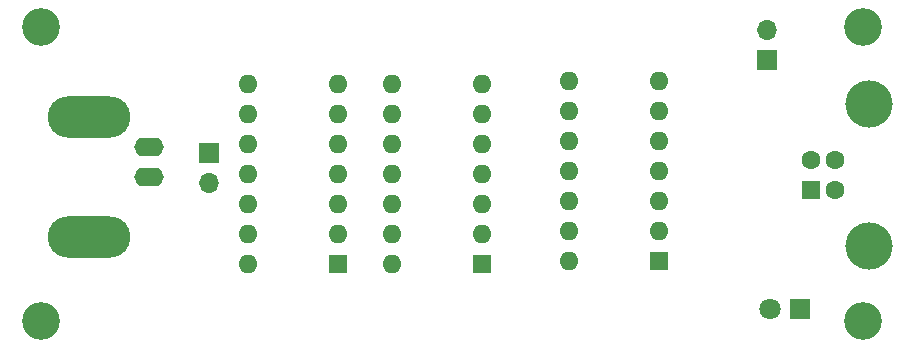
<source format=gbs>
G04 #@! TF.GenerationSoftware,KiCad,Pcbnew,7.0.8*
G04 #@! TF.CreationDate,2024-05-20T17:56:06+02:00*
G04 #@! TF.ProjectId,Generator_Cyfrowka,47656e65-7261-4746-9f72-5f437966726f,rev?*
G04 #@! TF.SameCoordinates,Original*
G04 #@! TF.FileFunction,Soldermask,Bot*
G04 #@! TF.FilePolarity,Negative*
%FSLAX46Y46*%
G04 Gerber Fmt 4.6, Leading zero omitted, Abs format (unit mm)*
G04 Created by KiCad (PCBNEW 7.0.8) date 2024-05-20 17:56:06*
%MOMM*%
%LPD*%
G01*
G04 APERTURE LIST*
%ADD10R,1.600000X1.600000*%
%ADD11O,1.600000X1.600000*%
%ADD12C,3.200000*%
%ADD13R,1.700000X1.700000*%
%ADD14O,1.700000X1.700000*%
%ADD15C,1.600000*%
%ADD16C,4.000000*%
%ADD17R,1.800000X1.800000*%
%ADD18C,1.800000*%
%ADD19O,2.500000X1.600000*%
%ADD20O,7.000000X3.500000*%
G04 APERTURE END LIST*
D10*
X74920000Y-90170000D03*
D11*
X74920000Y-87630000D03*
X74920000Y-85090000D03*
X74920000Y-82550000D03*
X74920000Y-80010000D03*
X74920000Y-77470000D03*
X74920000Y-74930000D03*
X67300000Y-74930000D03*
X67300000Y-77470000D03*
X67300000Y-80010000D03*
X67300000Y-82550000D03*
X67300000Y-85090000D03*
X67300000Y-87630000D03*
X67300000Y-90170000D03*
D12*
X119380000Y-70104000D03*
D10*
X102108000Y-89916000D03*
D11*
X102108000Y-87376000D03*
X102108000Y-84836000D03*
X102108000Y-82296000D03*
X102108000Y-79756000D03*
X102108000Y-77216000D03*
X102108000Y-74676000D03*
X94488000Y-74676000D03*
X94488000Y-77216000D03*
X94488000Y-79756000D03*
X94488000Y-82296000D03*
X94488000Y-84836000D03*
X94488000Y-87376000D03*
X94488000Y-89916000D03*
D10*
X87112000Y-90180000D03*
D11*
X87112000Y-87640000D03*
X87112000Y-85100000D03*
X87112000Y-82560000D03*
X87112000Y-80020000D03*
X87112000Y-77480000D03*
X87112000Y-74940000D03*
X79492000Y-74940000D03*
X79492000Y-77480000D03*
X79492000Y-80020000D03*
X79492000Y-82560000D03*
X79492000Y-85100000D03*
X79492000Y-87640000D03*
X79492000Y-90180000D03*
D13*
X111252000Y-72898000D03*
D14*
X111252000Y-70358000D03*
D12*
X119380000Y-94996000D03*
D13*
X64008000Y-80767000D03*
D14*
X64008000Y-83307000D03*
D12*
X49784000Y-70104000D03*
X49784000Y-94996000D03*
D10*
X115028000Y-83896000D03*
D15*
X115028000Y-81396000D03*
X117028000Y-81396000D03*
X117028000Y-83896000D03*
D16*
X119888000Y-76646000D03*
X119888000Y-88646000D03*
D17*
X114046000Y-93980000D03*
D18*
X111506000Y-93980000D03*
D19*
X58928000Y-82804000D03*
D20*
X53848000Y-77724000D03*
D19*
X58928000Y-80264000D03*
D20*
X53848000Y-87884000D03*
M02*

</source>
